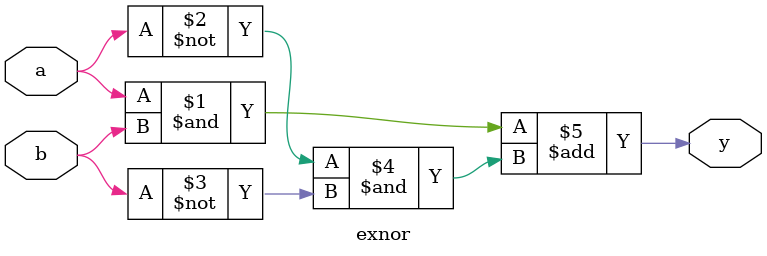
<source format=v>
module exnor(
	input a,b,
	output y
);
assign y = (a&b) + ((~a)&(~b));
endmodule

</source>
